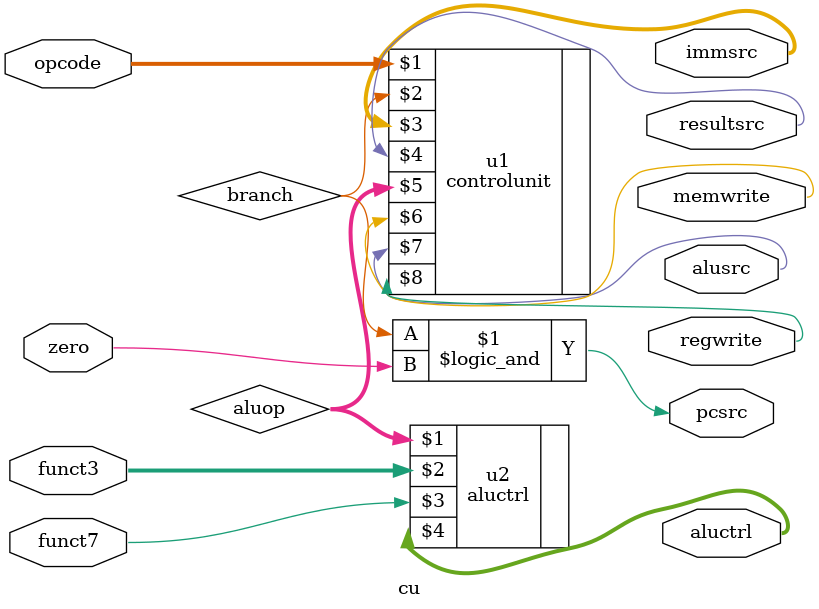
<source format=v>
module cu(opcode,zero,funct3,funct7,alusrc,resultsrc,immsrc,regwrite,memwrite,pcsrc,aluctrl);
input [6:0] opcode;
input zero,funct7;
input [2:0] funct3;
output [2:0] aluctrl;
output [1:0] immsrc;
output resultsrc,memwrite,alusrc,regwrite,pcsrc;
wire branch;
wire [1:0] aluop;

controlunit u1(opcode,branch,immsrc,resultsrc,aluop,memwrite,alusrc,regwrite);
aluctrl u2(aluop,funct3,funct7,aluctrl);
assign pcsrc = branch && zero;
endmodule

</source>
